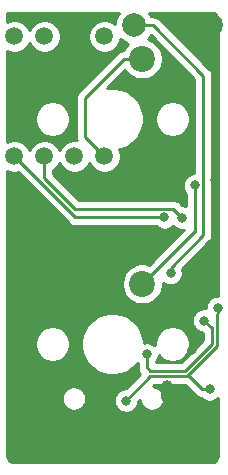
<source format=gbr>
G04 #@! TF.GenerationSoftware,KiCad,Pcbnew,(5.1.10)-1*
G04 #@! TF.CreationDate,2021-08-29T06:08:18-04:00*
G04 #@! TF.ProjectId,milk,6d696c6b-2e6b-4696-9361-645f70636258,rev?*
G04 #@! TF.SameCoordinates,Original*
G04 #@! TF.FileFunction,Copper,L2,Bot*
G04 #@! TF.FilePolarity,Positive*
%FSLAX46Y46*%
G04 Gerber Fmt 4.6, Leading zero omitted, Abs format (unit mm)*
G04 Created by KiCad (PCBNEW (5.1.10)-1) date 2021-08-29 06:08:18*
%MOMM*%
%LPD*%
G01*
G04 APERTURE LIST*
G04 #@! TA.AperFunction,ComponentPad*
%ADD10C,1.500000*%
G04 #@! TD*
G04 #@! TA.AperFunction,ComponentPad*
%ADD11C,2.000000*%
G04 #@! TD*
G04 #@! TA.AperFunction,ComponentPad*
%ADD12C,2.200000*%
G04 #@! TD*
G04 #@! TA.AperFunction,ComponentPad*
%ADD13O,1.000000X2.000000*%
G04 #@! TD*
G04 #@! TA.AperFunction,ComponentPad*
%ADD14R,1.500000X1.500000*%
G04 #@! TD*
G04 #@! TA.AperFunction,ViaPad*
%ADD15C,0.800000*%
G04 #@! TD*
G04 #@! TA.AperFunction,Conductor*
%ADD16C,0.250000*%
G04 #@! TD*
G04 #@! TA.AperFunction,Conductor*
%ADD17C,0.254000*%
G04 #@! TD*
G04 #@! TA.AperFunction,Conductor*
%ADD18C,0.100000*%
G04 #@! TD*
G04 APERTURE END LIST*
D10*
X180340000Y-63500000D03*
D11*
X189355800Y-62560200D03*
X182855800Y-62560200D03*
D10*
X180340000Y-73660000D03*
X177800000Y-73660000D03*
X175260000Y-73660000D03*
X172720000Y-73660000D03*
D12*
X177215800Y-86995000D03*
X183565800Y-84455000D03*
X177215800Y-67945000D03*
X183565800Y-65405000D03*
D13*
X185673900Y-93603100D03*
X176453900Y-93603100D03*
X176453900Y-98103100D03*
X185673900Y-98103100D03*
D14*
X177800000Y-63500000D03*
D10*
X175260000Y-63500000D03*
X172720000Y-63500000D03*
D15*
X184891680Y-68326000D03*
X183997600Y-86766400D03*
X186207400Y-76250800D03*
X187789820Y-90083640D03*
X187655200Y-71704200D03*
X173228000Y-69088000D03*
X183642000Y-71882000D03*
X181838600Y-64262000D03*
X177800000Y-62052200D03*
X178714400Y-66954400D03*
X189611000Y-64338200D03*
X189738000Y-75615800D03*
X184251600Y-81407000D03*
X178917600Y-85928200D03*
X180898800Y-79908400D03*
X180213000Y-76149200D03*
X188798200Y-87553800D03*
X183921400Y-90424000D03*
X189255400Y-93383100D03*
X189966600Y-86487000D03*
X182194200Y-94335600D03*
X185953400Y-83540600D03*
X185432700Y-78818740D03*
X186905900Y-78831440D03*
X188003180Y-76106020D03*
D16*
X189440390Y-89540510D02*
X187152820Y-91828080D01*
X189440390Y-88088575D02*
X189440390Y-89540510D01*
X189332975Y-88088575D02*
X188798200Y-87553800D01*
X189440390Y-88088575D02*
X189332975Y-88088575D01*
X187152820Y-91828080D02*
X184233280Y-91828080D01*
X183921400Y-91516200D02*
X183921400Y-90424000D01*
X184233280Y-91828080D02*
X183921400Y-91516200D01*
X184251710Y-92278090D02*
X187350510Y-92278090D01*
X182194200Y-94335600D02*
X184251710Y-92278090D01*
X189890400Y-89738200D02*
X189890400Y-87007700D01*
X188620400Y-93383100D02*
X187432950Y-92195650D01*
X189255400Y-93383100D02*
X188620400Y-93383100D01*
X187432950Y-92195650D02*
X189890400Y-89738200D01*
X187350510Y-92278090D02*
X187432950Y-92195650D01*
X189966600Y-86931500D02*
X189890400Y-87007700D01*
X189966600Y-86487000D02*
X189966600Y-86931500D01*
X185953400Y-83070700D02*
X185953400Y-83540600D01*
X188735801Y-80288299D02*
X185953400Y-83070700D01*
X188735801Y-66815801D02*
X188735801Y-80288299D01*
X184480200Y-62560200D02*
X188735801Y-66815801D01*
X182855800Y-62560200D02*
X184480200Y-62560200D01*
X177878740Y-78818740D02*
X178894740Y-78818740D01*
X172720000Y-73660000D02*
X177878740Y-78818740D01*
X178894740Y-78818740D02*
X178391820Y-78818740D01*
X185432700Y-78818740D02*
X178894740Y-78818740D01*
X186905900Y-78831440D02*
X186168199Y-78093739D01*
X177858737Y-78093739D02*
X180478261Y-78093739D01*
X175260000Y-75495002D02*
X177858737Y-78093739D01*
X175260000Y-73660000D02*
X175260000Y-75495002D01*
X180478261Y-78093739D02*
X180206819Y-78093739D01*
X186168199Y-78093739D02*
X180478261Y-78093739D01*
X178700799Y-72020799D02*
X180340000Y-73660000D01*
X178700799Y-68714367D02*
X178700799Y-72020799D01*
X182010166Y-65405000D02*
X178700799Y-68714367D01*
X183565800Y-65405000D02*
X182010166Y-65405000D01*
X188003180Y-80017620D02*
X187553600Y-80467200D01*
X188003180Y-76106020D02*
X188003180Y-80017620D01*
X187553600Y-80467200D02*
X183565800Y-84455000D01*
X188010800Y-80010000D02*
X187553600Y-80467200D01*
D17*
X189476102Y-61507843D02*
X189590659Y-61542430D01*
X189696321Y-61598611D01*
X189789060Y-61674248D01*
X189865339Y-61766454D01*
X189922259Y-61871724D01*
X189962203Y-62000764D01*
X189967001Y-62032284D01*
X189967000Y-85452000D01*
X189864661Y-85452000D01*
X189664702Y-85491774D01*
X189476344Y-85569795D01*
X189306826Y-85683063D01*
X189162663Y-85827226D01*
X189049395Y-85996744D01*
X188971374Y-86185102D01*
X188931600Y-86385061D01*
X188931600Y-86525058D01*
X188900139Y-86518800D01*
X188696261Y-86518800D01*
X188496302Y-86558574D01*
X188307944Y-86636595D01*
X188138426Y-86749863D01*
X187994263Y-86894026D01*
X187880995Y-87063544D01*
X187802974Y-87251902D01*
X187763200Y-87451861D01*
X187763200Y-87655739D01*
X187802974Y-87855698D01*
X187880995Y-88044056D01*
X187994263Y-88213574D01*
X188138426Y-88357737D01*
X188307944Y-88471005D01*
X188496302Y-88549026D01*
X188680390Y-88585643D01*
X188680391Y-89225707D01*
X186838019Y-91068080D01*
X184735823Y-91068080D01*
X184838605Y-90914256D01*
X184916626Y-90725898D01*
X184956400Y-90525939D01*
X184956400Y-90485707D01*
X185159168Y-90688475D01*
X185402389Y-90850990D01*
X185672642Y-90962932D01*
X185959540Y-91020000D01*
X186252060Y-91020000D01*
X186538958Y-90962932D01*
X186809211Y-90850990D01*
X187052432Y-90688475D01*
X187259275Y-90481632D01*
X187421790Y-90238411D01*
X187533732Y-89968158D01*
X187590800Y-89681260D01*
X187590800Y-89388740D01*
X187533732Y-89101842D01*
X187421790Y-88831589D01*
X187259275Y-88588368D01*
X187052432Y-88381525D01*
X186809211Y-88219010D01*
X186538958Y-88107068D01*
X186252060Y-88050000D01*
X185959540Y-88050000D01*
X185672642Y-88107068D01*
X185402389Y-88219010D01*
X185159168Y-88381525D01*
X184952325Y-88588368D01*
X184789810Y-88831589D01*
X184677868Y-89101842D01*
X184620800Y-89388740D01*
X184620800Y-89659689D01*
X184581174Y-89620063D01*
X184411656Y-89506795D01*
X184223298Y-89428774D01*
X184023339Y-89389000D01*
X183819461Y-89389000D01*
X183660800Y-89420559D01*
X183660800Y-89275475D01*
X183559539Y-88766399D01*
X183360907Y-88286859D01*
X183072538Y-87855285D01*
X182705515Y-87488262D01*
X182273941Y-87199893D01*
X181794401Y-87001261D01*
X181285325Y-86900000D01*
X180766275Y-86900000D01*
X180257199Y-87001261D01*
X179777659Y-87199893D01*
X179346085Y-87488262D01*
X178979062Y-87855285D01*
X178690693Y-88286859D01*
X178492061Y-88766399D01*
X178390800Y-89275475D01*
X178390800Y-89794525D01*
X178492061Y-90303601D01*
X178690693Y-90783141D01*
X178979062Y-91214715D01*
X179346085Y-91581738D01*
X179777659Y-91870107D01*
X180257199Y-92068739D01*
X180766275Y-92170000D01*
X181285325Y-92170000D01*
X181794401Y-92068739D01*
X182273941Y-91870107D01*
X182705515Y-91581738D01*
X183072538Y-91214715D01*
X183142980Y-91109291D01*
X183161400Y-91127711D01*
X183161400Y-91478877D01*
X183157724Y-91516200D01*
X183161400Y-91553522D01*
X183161400Y-91553532D01*
X183172397Y-91665185D01*
X183204609Y-91771374D01*
X183215854Y-91808446D01*
X183286426Y-91940476D01*
X183316454Y-91977065D01*
X183381399Y-92056201D01*
X183390955Y-92064043D01*
X182154399Y-93300600D01*
X182092261Y-93300600D01*
X181892302Y-93340374D01*
X181703944Y-93418395D01*
X181534426Y-93531663D01*
X181390263Y-93675826D01*
X181276995Y-93845344D01*
X181198974Y-94033702D01*
X181159200Y-94233661D01*
X181159200Y-94437539D01*
X181198974Y-94637498D01*
X181276995Y-94825856D01*
X181390263Y-94995374D01*
X181534426Y-95139537D01*
X181703944Y-95252805D01*
X181892302Y-95330826D01*
X182092261Y-95370600D01*
X182296139Y-95370600D01*
X182496098Y-95330826D01*
X182684456Y-95252805D01*
X182853974Y-95139537D01*
X182998137Y-94995374D01*
X183111405Y-94825856D01*
X183189426Y-94637498D01*
X183229200Y-94437539D01*
X183229200Y-94375401D01*
X183330669Y-94273932D01*
X183368674Y-94464998D01*
X183446695Y-94653356D01*
X183559963Y-94822874D01*
X183704126Y-94967037D01*
X183873644Y-95080305D01*
X184062002Y-95158326D01*
X184261961Y-95198100D01*
X184465839Y-95198100D01*
X184665798Y-95158326D01*
X184854156Y-95080305D01*
X185023674Y-94967037D01*
X185167837Y-94822874D01*
X185281105Y-94653356D01*
X185359126Y-94464998D01*
X185398900Y-94265039D01*
X185398900Y-94061161D01*
X185359126Y-93861202D01*
X185281105Y-93672844D01*
X185167837Y-93503326D01*
X185023674Y-93359163D01*
X184854156Y-93245895D01*
X184665798Y-93167874D01*
X184474733Y-93129869D01*
X184566512Y-93038090D01*
X187200589Y-93038090D01*
X188056601Y-93894103D01*
X188080399Y-93923101D01*
X188109397Y-93946899D01*
X188196123Y-94018074D01*
X188276733Y-94061161D01*
X188328153Y-94088646D01*
X188471414Y-94132103D01*
X188548261Y-94139672D01*
X188595626Y-94187037D01*
X188765144Y-94300305D01*
X188953502Y-94378326D01*
X189153461Y-94418100D01*
X189357339Y-94418100D01*
X189557298Y-94378326D01*
X189745656Y-94300305D01*
X189915174Y-94187037D01*
X189967000Y-94135211D01*
X189967000Y-98900721D01*
X189952278Y-99050869D01*
X189918047Y-99164246D01*
X189862446Y-99268817D01*
X189787594Y-99360595D01*
X189696335Y-99436091D01*
X189592160Y-99492419D01*
X189479024Y-99527440D01*
X189330979Y-99543000D01*
X172752279Y-99543000D01*
X172602131Y-99528278D01*
X172488754Y-99494047D01*
X172384183Y-99438446D01*
X172292405Y-99363594D01*
X172216909Y-99272335D01*
X172160581Y-99168160D01*
X172125560Y-99055024D01*
X172110000Y-98906979D01*
X172110000Y-94061161D01*
X176728900Y-94061161D01*
X176728900Y-94265039D01*
X176768674Y-94464998D01*
X176846695Y-94653356D01*
X176959963Y-94822874D01*
X177104126Y-94967037D01*
X177273644Y-95080305D01*
X177462002Y-95158326D01*
X177661961Y-95198100D01*
X177865839Y-95198100D01*
X178065798Y-95158326D01*
X178254156Y-95080305D01*
X178423674Y-94967037D01*
X178567837Y-94822874D01*
X178681105Y-94653356D01*
X178759126Y-94464998D01*
X178798900Y-94265039D01*
X178798900Y-94061161D01*
X178759126Y-93861202D01*
X178681105Y-93672844D01*
X178567837Y-93503326D01*
X178423674Y-93359163D01*
X178254156Y-93245895D01*
X178065798Y-93167874D01*
X177865839Y-93128100D01*
X177661961Y-93128100D01*
X177462002Y-93167874D01*
X177273644Y-93245895D01*
X177104126Y-93359163D01*
X176959963Y-93503326D01*
X176846695Y-93672844D01*
X176768674Y-93861202D01*
X176728900Y-94061161D01*
X172110000Y-94061161D01*
X172110000Y-89388740D01*
X174460800Y-89388740D01*
X174460800Y-89681260D01*
X174517868Y-89968158D01*
X174629810Y-90238411D01*
X174792325Y-90481632D01*
X174999168Y-90688475D01*
X175242389Y-90850990D01*
X175512642Y-90962932D01*
X175799540Y-91020000D01*
X176092060Y-91020000D01*
X176378958Y-90962932D01*
X176649211Y-90850990D01*
X176892432Y-90688475D01*
X177099275Y-90481632D01*
X177261790Y-90238411D01*
X177373732Y-89968158D01*
X177430800Y-89681260D01*
X177430800Y-89388740D01*
X177373732Y-89101842D01*
X177261790Y-88831589D01*
X177099275Y-88588368D01*
X176892432Y-88381525D01*
X176649211Y-88219010D01*
X176378958Y-88107068D01*
X176092060Y-88050000D01*
X175799540Y-88050000D01*
X175512642Y-88107068D01*
X175242389Y-88219010D01*
X174999168Y-88381525D01*
X174792325Y-88588368D01*
X174629810Y-88831589D01*
X174517868Y-89101842D01*
X174460800Y-89388740D01*
X172110000Y-89388740D01*
X172110000Y-74906443D01*
X172316011Y-74991775D01*
X172583589Y-75045000D01*
X172856411Y-75045000D01*
X173001365Y-75016167D01*
X177314941Y-79329743D01*
X177338739Y-79358741D01*
X177367737Y-79382539D01*
X177454463Y-79453714D01*
X177586493Y-79524286D01*
X177729754Y-79567743D01*
X177841407Y-79578740D01*
X177841416Y-79578740D01*
X177878739Y-79582416D01*
X177916062Y-79578740D01*
X184728989Y-79578740D01*
X184772926Y-79622677D01*
X184942444Y-79735945D01*
X185130802Y-79813966D01*
X185330761Y-79853740D01*
X185534639Y-79853740D01*
X185734598Y-79813966D01*
X185922956Y-79735945D01*
X186092474Y-79622677D01*
X186162950Y-79552201D01*
X186246126Y-79635377D01*
X186415644Y-79748645D01*
X186604002Y-79826666D01*
X186803961Y-79866440D01*
X187007839Y-79866440D01*
X187097367Y-79848632D01*
X187042602Y-79903397D01*
X187042597Y-79903401D01*
X184133712Y-82812286D01*
X184071881Y-82786675D01*
X183736683Y-82720000D01*
X183394917Y-82720000D01*
X183059719Y-82786675D01*
X182743969Y-82917463D01*
X182459802Y-83107337D01*
X182218137Y-83349002D01*
X182028263Y-83633169D01*
X181897475Y-83948919D01*
X181830800Y-84284117D01*
X181830800Y-84625883D01*
X181897475Y-84961081D01*
X182028263Y-85276831D01*
X182218137Y-85560998D01*
X182459802Y-85802663D01*
X182743969Y-85992537D01*
X183059719Y-86123325D01*
X183394917Y-86190000D01*
X183736683Y-86190000D01*
X184071881Y-86123325D01*
X184387631Y-85992537D01*
X184671798Y-85802663D01*
X184913463Y-85560998D01*
X185103337Y-85276831D01*
X185234125Y-84961081D01*
X185300800Y-84625883D01*
X185300800Y-84349331D01*
X185463144Y-84457805D01*
X185651502Y-84535826D01*
X185851461Y-84575600D01*
X186055339Y-84575600D01*
X186255298Y-84535826D01*
X186443656Y-84457805D01*
X186613174Y-84344537D01*
X186757337Y-84200374D01*
X186870605Y-84030856D01*
X186948626Y-83842498D01*
X186988400Y-83642539D01*
X186988400Y-83438661D01*
X186948626Y-83238702D01*
X186922726Y-83176175D01*
X189246804Y-80852098D01*
X189275802Y-80828300D01*
X189370775Y-80712575D01*
X189441347Y-80580546D01*
X189484804Y-80437285D01*
X189495801Y-80325632D01*
X189495801Y-80325623D01*
X189499477Y-80288300D01*
X189495801Y-80250977D01*
X189495801Y-66853126D01*
X189499477Y-66815801D01*
X189495801Y-66778476D01*
X189495801Y-66778468D01*
X189484804Y-66666815D01*
X189441347Y-66523554D01*
X189370775Y-66391525D01*
X189275802Y-66275800D01*
X189246805Y-66252003D01*
X185044004Y-62049203D01*
X185020201Y-62020199D01*
X184904476Y-61925226D01*
X184772447Y-61854654D01*
X184629186Y-61811197D01*
X184517533Y-61800200D01*
X184517522Y-61800200D01*
X184480200Y-61796524D01*
X184442878Y-61800200D01*
X184310709Y-61800200D01*
X184304718Y-61785737D01*
X184125787Y-61517948D01*
X184100839Y-61493000D01*
X189324720Y-61493000D01*
X189476102Y-61507843D01*
G04 #@! TA.AperFunction,Conductor*
D18*
G36*
X189476102Y-61507843D02*
G01*
X189590659Y-61542430D01*
X189696321Y-61598611D01*
X189789060Y-61674248D01*
X189865339Y-61766454D01*
X189922259Y-61871724D01*
X189962203Y-62000764D01*
X189967001Y-62032284D01*
X189967000Y-85452000D01*
X189864661Y-85452000D01*
X189664702Y-85491774D01*
X189476344Y-85569795D01*
X189306826Y-85683063D01*
X189162663Y-85827226D01*
X189049395Y-85996744D01*
X188971374Y-86185102D01*
X188931600Y-86385061D01*
X188931600Y-86525058D01*
X188900139Y-86518800D01*
X188696261Y-86518800D01*
X188496302Y-86558574D01*
X188307944Y-86636595D01*
X188138426Y-86749863D01*
X187994263Y-86894026D01*
X187880995Y-87063544D01*
X187802974Y-87251902D01*
X187763200Y-87451861D01*
X187763200Y-87655739D01*
X187802974Y-87855698D01*
X187880995Y-88044056D01*
X187994263Y-88213574D01*
X188138426Y-88357737D01*
X188307944Y-88471005D01*
X188496302Y-88549026D01*
X188680390Y-88585643D01*
X188680391Y-89225707D01*
X186838019Y-91068080D01*
X184735823Y-91068080D01*
X184838605Y-90914256D01*
X184916626Y-90725898D01*
X184956400Y-90525939D01*
X184956400Y-90485707D01*
X185159168Y-90688475D01*
X185402389Y-90850990D01*
X185672642Y-90962932D01*
X185959540Y-91020000D01*
X186252060Y-91020000D01*
X186538958Y-90962932D01*
X186809211Y-90850990D01*
X187052432Y-90688475D01*
X187259275Y-90481632D01*
X187421790Y-90238411D01*
X187533732Y-89968158D01*
X187590800Y-89681260D01*
X187590800Y-89388740D01*
X187533732Y-89101842D01*
X187421790Y-88831589D01*
X187259275Y-88588368D01*
X187052432Y-88381525D01*
X186809211Y-88219010D01*
X186538958Y-88107068D01*
X186252060Y-88050000D01*
X185959540Y-88050000D01*
X185672642Y-88107068D01*
X185402389Y-88219010D01*
X185159168Y-88381525D01*
X184952325Y-88588368D01*
X184789810Y-88831589D01*
X184677868Y-89101842D01*
X184620800Y-89388740D01*
X184620800Y-89659689D01*
X184581174Y-89620063D01*
X184411656Y-89506795D01*
X184223298Y-89428774D01*
X184023339Y-89389000D01*
X183819461Y-89389000D01*
X183660800Y-89420559D01*
X183660800Y-89275475D01*
X183559539Y-88766399D01*
X183360907Y-88286859D01*
X183072538Y-87855285D01*
X182705515Y-87488262D01*
X182273941Y-87199893D01*
X181794401Y-87001261D01*
X181285325Y-86900000D01*
X180766275Y-86900000D01*
X180257199Y-87001261D01*
X179777659Y-87199893D01*
X179346085Y-87488262D01*
X178979062Y-87855285D01*
X178690693Y-88286859D01*
X178492061Y-88766399D01*
X178390800Y-89275475D01*
X178390800Y-89794525D01*
X178492061Y-90303601D01*
X178690693Y-90783141D01*
X178979062Y-91214715D01*
X179346085Y-91581738D01*
X179777659Y-91870107D01*
X180257199Y-92068739D01*
X180766275Y-92170000D01*
X181285325Y-92170000D01*
X181794401Y-92068739D01*
X182273941Y-91870107D01*
X182705515Y-91581738D01*
X183072538Y-91214715D01*
X183142980Y-91109291D01*
X183161400Y-91127711D01*
X183161400Y-91478877D01*
X183157724Y-91516200D01*
X183161400Y-91553522D01*
X183161400Y-91553532D01*
X183172397Y-91665185D01*
X183204609Y-91771374D01*
X183215854Y-91808446D01*
X183286426Y-91940476D01*
X183316454Y-91977065D01*
X183381399Y-92056201D01*
X183390955Y-92064043D01*
X182154399Y-93300600D01*
X182092261Y-93300600D01*
X181892302Y-93340374D01*
X181703944Y-93418395D01*
X181534426Y-93531663D01*
X181390263Y-93675826D01*
X181276995Y-93845344D01*
X181198974Y-94033702D01*
X181159200Y-94233661D01*
X181159200Y-94437539D01*
X181198974Y-94637498D01*
X181276995Y-94825856D01*
X181390263Y-94995374D01*
X181534426Y-95139537D01*
X181703944Y-95252805D01*
X181892302Y-95330826D01*
X182092261Y-95370600D01*
X182296139Y-95370600D01*
X182496098Y-95330826D01*
X182684456Y-95252805D01*
X182853974Y-95139537D01*
X182998137Y-94995374D01*
X183111405Y-94825856D01*
X183189426Y-94637498D01*
X183229200Y-94437539D01*
X183229200Y-94375401D01*
X183330669Y-94273932D01*
X183368674Y-94464998D01*
X183446695Y-94653356D01*
X183559963Y-94822874D01*
X183704126Y-94967037D01*
X183873644Y-95080305D01*
X184062002Y-95158326D01*
X184261961Y-95198100D01*
X184465839Y-95198100D01*
X184665798Y-95158326D01*
X184854156Y-95080305D01*
X185023674Y-94967037D01*
X185167837Y-94822874D01*
X185281105Y-94653356D01*
X185359126Y-94464998D01*
X185398900Y-94265039D01*
X185398900Y-94061161D01*
X185359126Y-93861202D01*
X185281105Y-93672844D01*
X185167837Y-93503326D01*
X185023674Y-93359163D01*
X184854156Y-93245895D01*
X184665798Y-93167874D01*
X184474733Y-93129869D01*
X184566512Y-93038090D01*
X187200589Y-93038090D01*
X188056601Y-93894103D01*
X188080399Y-93923101D01*
X188109397Y-93946899D01*
X188196123Y-94018074D01*
X188276733Y-94061161D01*
X188328153Y-94088646D01*
X188471414Y-94132103D01*
X188548261Y-94139672D01*
X188595626Y-94187037D01*
X188765144Y-94300305D01*
X188953502Y-94378326D01*
X189153461Y-94418100D01*
X189357339Y-94418100D01*
X189557298Y-94378326D01*
X189745656Y-94300305D01*
X189915174Y-94187037D01*
X189967000Y-94135211D01*
X189967000Y-98900721D01*
X189952278Y-99050869D01*
X189918047Y-99164246D01*
X189862446Y-99268817D01*
X189787594Y-99360595D01*
X189696335Y-99436091D01*
X189592160Y-99492419D01*
X189479024Y-99527440D01*
X189330979Y-99543000D01*
X172752279Y-99543000D01*
X172602131Y-99528278D01*
X172488754Y-99494047D01*
X172384183Y-99438446D01*
X172292405Y-99363594D01*
X172216909Y-99272335D01*
X172160581Y-99168160D01*
X172125560Y-99055024D01*
X172110000Y-98906979D01*
X172110000Y-94061161D01*
X176728900Y-94061161D01*
X176728900Y-94265039D01*
X176768674Y-94464998D01*
X176846695Y-94653356D01*
X176959963Y-94822874D01*
X177104126Y-94967037D01*
X177273644Y-95080305D01*
X177462002Y-95158326D01*
X177661961Y-95198100D01*
X177865839Y-95198100D01*
X178065798Y-95158326D01*
X178254156Y-95080305D01*
X178423674Y-94967037D01*
X178567837Y-94822874D01*
X178681105Y-94653356D01*
X178759126Y-94464998D01*
X178798900Y-94265039D01*
X178798900Y-94061161D01*
X178759126Y-93861202D01*
X178681105Y-93672844D01*
X178567837Y-93503326D01*
X178423674Y-93359163D01*
X178254156Y-93245895D01*
X178065798Y-93167874D01*
X177865839Y-93128100D01*
X177661961Y-93128100D01*
X177462002Y-93167874D01*
X177273644Y-93245895D01*
X177104126Y-93359163D01*
X176959963Y-93503326D01*
X176846695Y-93672844D01*
X176768674Y-93861202D01*
X176728900Y-94061161D01*
X172110000Y-94061161D01*
X172110000Y-89388740D01*
X174460800Y-89388740D01*
X174460800Y-89681260D01*
X174517868Y-89968158D01*
X174629810Y-90238411D01*
X174792325Y-90481632D01*
X174999168Y-90688475D01*
X175242389Y-90850990D01*
X175512642Y-90962932D01*
X175799540Y-91020000D01*
X176092060Y-91020000D01*
X176378958Y-90962932D01*
X176649211Y-90850990D01*
X176892432Y-90688475D01*
X177099275Y-90481632D01*
X177261790Y-90238411D01*
X177373732Y-89968158D01*
X177430800Y-89681260D01*
X177430800Y-89388740D01*
X177373732Y-89101842D01*
X177261790Y-88831589D01*
X177099275Y-88588368D01*
X176892432Y-88381525D01*
X176649211Y-88219010D01*
X176378958Y-88107068D01*
X176092060Y-88050000D01*
X175799540Y-88050000D01*
X175512642Y-88107068D01*
X175242389Y-88219010D01*
X174999168Y-88381525D01*
X174792325Y-88588368D01*
X174629810Y-88831589D01*
X174517868Y-89101842D01*
X174460800Y-89388740D01*
X172110000Y-89388740D01*
X172110000Y-74906443D01*
X172316011Y-74991775D01*
X172583589Y-75045000D01*
X172856411Y-75045000D01*
X173001365Y-75016167D01*
X177314941Y-79329743D01*
X177338739Y-79358741D01*
X177367737Y-79382539D01*
X177454463Y-79453714D01*
X177586493Y-79524286D01*
X177729754Y-79567743D01*
X177841407Y-79578740D01*
X177841416Y-79578740D01*
X177878739Y-79582416D01*
X177916062Y-79578740D01*
X184728989Y-79578740D01*
X184772926Y-79622677D01*
X184942444Y-79735945D01*
X185130802Y-79813966D01*
X185330761Y-79853740D01*
X185534639Y-79853740D01*
X185734598Y-79813966D01*
X185922956Y-79735945D01*
X186092474Y-79622677D01*
X186162950Y-79552201D01*
X186246126Y-79635377D01*
X186415644Y-79748645D01*
X186604002Y-79826666D01*
X186803961Y-79866440D01*
X187007839Y-79866440D01*
X187097367Y-79848632D01*
X187042602Y-79903397D01*
X187042597Y-79903401D01*
X184133712Y-82812286D01*
X184071881Y-82786675D01*
X183736683Y-82720000D01*
X183394917Y-82720000D01*
X183059719Y-82786675D01*
X182743969Y-82917463D01*
X182459802Y-83107337D01*
X182218137Y-83349002D01*
X182028263Y-83633169D01*
X181897475Y-83948919D01*
X181830800Y-84284117D01*
X181830800Y-84625883D01*
X181897475Y-84961081D01*
X182028263Y-85276831D01*
X182218137Y-85560998D01*
X182459802Y-85802663D01*
X182743969Y-85992537D01*
X183059719Y-86123325D01*
X183394917Y-86190000D01*
X183736683Y-86190000D01*
X184071881Y-86123325D01*
X184387631Y-85992537D01*
X184671798Y-85802663D01*
X184913463Y-85560998D01*
X185103337Y-85276831D01*
X185234125Y-84961081D01*
X185300800Y-84625883D01*
X185300800Y-84349331D01*
X185463144Y-84457805D01*
X185651502Y-84535826D01*
X185851461Y-84575600D01*
X186055339Y-84575600D01*
X186255298Y-84535826D01*
X186443656Y-84457805D01*
X186613174Y-84344537D01*
X186757337Y-84200374D01*
X186870605Y-84030856D01*
X186948626Y-83842498D01*
X186988400Y-83642539D01*
X186988400Y-83438661D01*
X186948626Y-83238702D01*
X186922726Y-83176175D01*
X189246804Y-80852098D01*
X189275802Y-80828300D01*
X189370775Y-80712575D01*
X189441347Y-80580546D01*
X189484804Y-80437285D01*
X189495801Y-80325632D01*
X189495801Y-80325623D01*
X189499477Y-80288300D01*
X189495801Y-80250977D01*
X189495801Y-66853126D01*
X189499477Y-66815801D01*
X189495801Y-66778476D01*
X189495801Y-66778468D01*
X189484804Y-66666815D01*
X189441347Y-66523554D01*
X189370775Y-66391525D01*
X189275802Y-66275800D01*
X189246805Y-66252003D01*
X185044004Y-62049203D01*
X185020201Y-62020199D01*
X184904476Y-61925226D01*
X184772447Y-61854654D01*
X184629186Y-61811197D01*
X184517533Y-61800200D01*
X184517522Y-61800200D01*
X184480200Y-61796524D01*
X184442878Y-61800200D01*
X184310709Y-61800200D01*
X184304718Y-61785737D01*
X184125787Y-61517948D01*
X184100839Y-61493000D01*
X189324720Y-61493000D01*
X189476102Y-61507843D01*
G37*
G04 #@! TD.AperFunction*
D17*
X187975801Y-67130603D02*
X187975802Y-75071020D01*
X187901241Y-75071020D01*
X187701282Y-75110794D01*
X187512924Y-75188815D01*
X187343406Y-75302083D01*
X187199243Y-75446246D01*
X187085975Y-75615764D01*
X187007954Y-75804122D01*
X186968180Y-76004081D01*
X186968180Y-76207959D01*
X187007954Y-76407918D01*
X187085975Y-76596276D01*
X187199243Y-76765794D01*
X187243180Y-76809731D01*
X187243180Y-77850870D01*
X187207798Y-77836214D01*
X187007839Y-77796440D01*
X186945701Y-77796440D01*
X186732002Y-77582741D01*
X186708200Y-77553738D01*
X186592475Y-77458765D01*
X186460446Y-77388193D01*
X186317185Y-77344736D01*
X186205532Y-77333739D01*
X186205521Y-77333739D01*
X186168199Y-77330063D01*
X186130877Y-77333739D01*
X178173539Y-77333739D01*
X176020000Y-75180201D01*
X176020000Y-74817909D01*
X176142886Y-74735799D01*
X176335799Y-74542886D01*
X176487371Y-74316043D01*
X176530000Y-74213127D01*
X176572629Y-74316043D01*
X176724201Y-74542886D01*
X176917114Y-74735799D01*
X177143957Y-74887371D01*
X177396011Y-74991775D01*
X177663589Y-75045000D01*
X177936411Y-75045000D01*
X178203989Y-74991775D01*
X178456043Y-74887371D01*
X178682886Y-74735799D01*
X178875799Y-74542886D01*
X179027371Y-74316043D01*
X179070000Y-74213127D01*
X179112629Y-74316043D01*
X179264201Y-74542886D01*
X179457114Y-74735799D01*
X179683957Y-74887371D01*
X179936011Y-74991775D01*
X180203589Y-75045000D01*
X180476411Y-75045000D01*
X180743989Y-74991775D01*
X180996043Y-74887371D01*
X181222886Y-74735799D01*
X181415799Y-74542886D01*
X181567371Y-74316043D01*
X181671775Y-74063989D01*
X181725000Y-73796411D01*
X181725000Y-73523589D01*
X181671775Y-73256011D01*
X181590309Y-73059335D01*
X181794401Y-73018739D01*
X182273941Y-72820107D01*
X182705515Y-72531738D01*
X183072538Y-72164715D01*
X183360907Y-71733141D01*
X183559539Y-71253601D01*
X183660800Y-70744525D01*
X183660800Y-70338740D01*
X184620800Y-70338740D01*
X184620800Y-70631260D01*
X184677868Y-70918158D01*
X184789810Y-71188411D01*
X184952325Y-71431632D01*
X185159168Y-71638475D01*
X185402389Y-71800990D01*
X185672642Y-71912932D01*
X185959540Y-71970000D01*
X186252060Y-71970000D01*
X186538958Y-71912932D01*
X186809211Y-71800990D01*
X187052432Y-71638475D01*
X187259275Y-71431632D01*
X187421790Y-71188411D01*
X187533732Y-70918158D01*
X187590800Y-70631260D01*
X187590800Y-70338740D01*
X187533732Y-70051842D01*
X187421790Y-69781589D01*
X187259275Y-69538368D01*
X187052432Y-69331525D01*
X186809211Y-69169010D01*
X186538958Y-69057068D01*
X186252060Y-69000000D01*
X185959540Y-69000000D01*
X185672642Y-69057068D01*
X185402389Y-69169010D01*
X185159168Y-69331525D01*
X184952325Y-69538368D01*
X184789810Y-69781589D01*
X184677868Y-70051842D01*
X184620800Y-70338740D01*
X183660800Y-70338740D01*
X183660800Y-70225475D01*
X183559539Y-69716399D01*
X183360907Y-69236859D01*
X183072538Y-68805285D01*
X182705515Y-68438262D01*
X182273941Y-68149893D01*
X181794401Y-67951261D01*
X181285325Y-67850000D01*
X180766275Y-67850000D01*
X180608605Y-67881362D01*
X182122340Y-66367628D01*
X182218137Y-66510998D01*
X182459802Y-66752663D01*
X182743969Y-66942537D01*
X183059719Y-67073325D01*
X183394917Y-67140000D01*
X183736683Y-67140000D01*
X184071881Y-67073325D01*
X184387631Y-66942537D01*
X184671798Y-66752663D01*
X184913463Y-66510998D01*
X185103337Y-66226831D01*
X185234125Y-65911081D01*
X185300800Y-65575883D01*
X185300800Y-65234117D01*
X185234125Y-64898919D01*
X185103337Y-64583169D01*
X184913463Y-64299002D01*
X184671798Y-64057337D01*
X184387631Y-63867463D01*
X184071881Y-63736675D01*
X184004889Y-63723350D01*
X184125787Y-63602452D01*
X184254708Y-63409509D01*
X187975801Y-67130603D01*
G04 #@! TA.AperFunction,Conductor*
D18*
G36*
X187975801Y-67130603D02*
G01*
X187975802Y-75071020D01*
X187901241Y-75071020D01*
X187701282Y-75110794D01*
X187512924Y-75188815D01*
X187343406Y-75302083D01*
X187199243Y-75446246D01*
X187085975Y-75615764D01*
X187007954Y-75804122D01*
X186968180Y-76004081D01*
X186968180Y-76207959D01*
X187007954Y-76407918D01*
X187085975Y-76596276D01*
X187199243Y-76765794D01*
X187243180Y-76809731D01*
X187243180Y-77850870D01*
X187207798Y-77836214D01*
X187007839Y-77796440D01*
X186945701Y-77796440D01*
X186732002Y-77582741D01*
X186708200Y-77553738D01*
X186592475Y-77458765D01*
X186460446Y-77388193D01*
X186317185Y-77344736D01*
X186205532Y-77333739D01*
X186205521Y-77333739D01*
X186168199Y-77330063D01*
X186130877Y-77333739D01*
X178173539Y-77333739D01*
X176020000Y-75180201D01*
X176020000Y-74817909D01*
X176142886Y-74735799D01*
X176335799Y-74542886D01*
X176487371Y-74316043D01*
X176530000Y-74213127D01*
X176572629Y-74316043D01*
X176724201Y-74542886D01*
X176917114Y-74735799D01*
X177143957Y-74887371D01*
X177396011Y-74991775D01*
X177663589Y-75045000D01*
X177936411Y-75045000D01*
X178203989Y-74991775D01*
X178456043Y-74887371D01*
X178682886Y-74735799D01*
X178875799Y-74542886D01*
X179027371Y-74316043D01*
X179070000Y-74213127D01*
X179112629Y-74316043D01*
X179264201Y-74542886D01*
X179457114Y-74735799D01*
X179683957Y-74887371D01*
X179936011Y-74991775D01*
X180203589Y-75045000D01*
X180476411Y-75045000D01*
X180743989Y-74991775D01*
X180996043Y-74887371D01*
X181222886Y-74735799D01*
X181415799Y-74542886D01*
X181567371Y-74316043D01*
X181671775Y-74063989D01*
X181725000Y-73796411D01*
X181725000Y-73523589D01*
X181671775Y-73256011D01*
X181590309Y-73059335D01*
X181794401Y-73018739D01*
X182273941Y-72820107D01*
X182705515Y-72531738D01*
X183072538Y-72164715D01*
X183360907Y-71733141D01*
X183559539Y-71253601D01*
X183660800Y-70744525D01*
X183660800Y-70338740D01*
X184620800Y-70338740D01*
X184620800Y-70631260D01*
X184677868Y-70918158D01*
X184789810Y-71188411D01*
X184952325Y-71431632D01*
X185159168Y-71638475D01*
X185402389Y-71800990D01*
X185672642Y-71912932D01*
X185959540Y-71970000D01*
X186252060Y-71970000D01*
X186538958Y-71912932D01*
X186809211Y-71800990D01*
X187052432Y-71638475D01*
X187259275Y-71431632D01*
X187421790Y-71188411D01*
X187533732Y-70918158D01*
X187590800Y-70631260D01*
X187590800Y-70338740D01*
X187533732Y-70051842D01*
X187421790Y-69781589D01*
X187259275Y-69538368D01*
X187052432Y-69331525D01*
X186809211Y-69169010D01*
X186538958Y-69057068D01*
X186252060Y-69000000D01*
X185959540Y-69000000D01*
X185672642Y-69057068D01*
X185402389Y-69169010D01*
X185159168Y-69331525D01*
X184952325Y-69538368D01*
X184789810Y-69781589D01*
X184677868Y-70051842D01*
X184620800Y-70338740D01*
X183660800Y-70338740D01*
X183660800Y-70225475D01*
X183559539Y-69716399D01*
X183360907Y-69236859D01*
X183072538Y-68805285D01*
X182705515Y-68438262D01*
X182273941Y-68149893D01*
X181794401Y-67951261D01*
X181285325Y-67850000D01*
X180766275Y-67850000D01*
X180608605Y-67881362D01*
X182122340Y-66367628D01*
X182218137Y-66510998D01*
X182459802Y-66752663D01*
X182743969Y-66942537D01*
X183059719Y-67073325D01*
X183394917Y-67140000D01*
X183736683Y-67140000D01*
X184071881Y-67073325D01*
X184387631Y-66942537D01*
X184671798Y-66752663D01*
X184913463Y-66510998D01*
X185103337Y-66226831D01*
X185234125Y-65911081D01*
X185300800Y-65575883D01*
X185300800Y-65234117D01*
X185234125Y-64898919D01*
X185103337Y-64583169D01*
X184913463Y-64299002D01*
X184671798Y-64057337D01*
X184387631Y-63867463D01*
X184071881Y-63736675D01*
X184004889Y-63723350D01*
X184125787Y-63602452D01*
X184254708Y-63409509D01*
X187975801Y-67130603D01*
G37*
G04 #@! TD.AperFunction*
D17*
X181585813Y-61517948D02*
X181406882Y-61785737D01*
X181283632Y-62083288D01*
X181220800Y-62399167D01*
X181220800Y-62422807D01*
X180996043Y-62272629D01*
X180743989Y-62168225D01*
X180476411Y-62115000D01*
X180203589Y-62115000D01*
X179936011Y-62168225D01*
X179683957Y-62272629D01*
X179457114Y-62424201D01*
X179264201Y-62617114D01*
X179112629Y-62843957D01*
X179008225Y-63096011D01*
X178955000Y-63363589D01*
X178955000Y-63636411D01*
X179008225Y-63903989D01*
X179112629Y-64156043D01*
X179264201Y-64382886D01*
X179457114Y-64575799D01*
X179683957Y-64727371D01*
X179936011Y-64831775D01*
X180203589Y-64885000D01*
X180476411Y-64885000D01*
X180743989Y-64831775D01*
X180996043Y-64727371D01*
X181222886Y-64575799D01*
X181415799Y-64382886D01*
X181567371Y-64156043D01*
X181671775Y-63903989D01*
X181707541Y-63724180D01*
X181813548Y-63830187D01*
X182081337Y-64009118D01*
X182378888Y-64132368D01*
X182383795Y-64133344D01*
X182218137Y-64299002D01*
X182028263Y-64583169D01*
X182003920Y-64641939D01*
X181972841Y-64645000D01*
X181972833Y-64645000D01*
X181861180Y-64655997D01*
X181717919Y-64699454D01*
X181585890Y-64770026D01*
X181470165Y-64864999D01*
X181446367Y-64893997D01*
X178189802Y-68150563D01*
X178160798Y-68174366D01*
X178105670Y-68241541D01*
X178065825Y-68290091D01*
X177995254Y-68422120D01*
X177995253Y-68422121D01*
X177951796Y-68565382D01*
X177940799Y-68677035D01*
X177940799Y-68677045D01*
X177937123Y-68714367D01*
X177940799Y-68751690D01*
X177940800Y-71983467D01*
X177937123Y-72020799D01*
X177951797Y-72169784D01*
X177986750Y-72285013D01*
X177936411Y-72275000D01*
X177663589Y-72275000D01*
X177396011Y-72328225D01*
X177143957Y-72432629D01*
X176917114Y-72584201D01*
X176724201Y-72777114D01*
X176572629Y-73003957D01*
X176530000Y-73106873D01*
X176487371Y-73003957D01*
X176335799Y-72777114D01*
X176142886Y-72584201D01*
X175916043Y-72432629D01*
X175663989Y-72328225D01*
X175396411Y-72275000D01*
X175123589Y-72275000D01*
X174856011Y-72328225D01*
X174603957Y-72432629D01*
X174377114Y-72584201D01*
X174184201Y-72777114D01*
X174032629Y-73003957D01*
X173990000Y-73106873D01*
X173947371Y-73003957D01*
X173795799Y-72777114D01*
X173602886Y-72584201D01*
X173376043Y-72432629D01*
X173123989Y-72328225D01*
X172856411Y-72275000D01*
X172583589Y-72275000D01*
X172316011Y-72328225D01*
X172110000Y-72413557D01*
X172110000Y-70338740D01*
X174460800Y-70338740D01*
X174460800Y-70631260D01*
X174517868Y-70918158D01*
X174629810Y-71188411D01*
X174792325Y-71431632D01*
X174999168Y-71638475D01*
X175242389Y-71800990D01*
X175512642Y-71912932D01*
X175799540Y-71970000D01*
X176092060Y-71970000D01*
X176378958Y-71912932D01*
X176649211Y-71800990D01*
X176892432Y-71638475D01*
X177099275Y-71431632D01*
X177261790Y-71188411D01*
X177373732Y-70918158D01*
X177430800Y-70631260D01*
X177430800Y-70338740D01*
X177373732Y-70051842D01*
X177261790Y-69781589D01*
X177099275Y-69538368D01*
X176892432Y-69331525D01*
X176649211Y-69169010D01*
X176378958Y-69057068D01*
X176092060Y-69000000D01*
X175799540Y-69000000D01*
X175512642Y-69057068D01*
X175242389Y-69169010D01*
X174999168Y-69331525D01*
X174792325Y-69538368D01*
X174629810Y-69781589D01*
X174517868Y-70051842D01*
X174460800Y-70338740D01*
X172110000Y-70338740D01*
X172110000Y-64746443D01*
X172316011Y-64831775D01*
X172583589Y-64885000D01*
X172856411Y-64885000D01*
X173123989Y-64831775D01*
X173376043Y-64727371D01*
X173602886Y-64575799D01*
X173795799Y-64382886D01*
X173947371Y-64156043D01*
X173990000Y-64053127D01*
X174032629Y-64156043D01*
X174184201Y-64382886D01*
X174377114Y-64575799D01*
X174603957Y-64727371D01*
X174856011Y-64831775D01*
X175123589Y-64885000D01*
X175396411Y-64885000D01*
X175663989Y-64831775D01*
X175916043Y-64727371D01*
X176142886Y-64575799D01*
X176335799Y-64382886D01*
X176487371Y-64156043D01*
X176591775Y-63903989D01*
X176645000Y-63636411D01*
X176645000Y-63363589D01*
X176591775Y-63096011D01*
X176487371Y-62843957D01*
X176335799Y-62617114D01*
X176142886Y-62424201D01*
X175916043Y-62272629D01*
X175663989Y-62168225D01*
X175396411Y-62115000D01*
X175123589Y-62115000D01*
X174856011Y-62168225D01*
X174603957Y-62272629D01*
X174377114Y-62424201D01*
X174184201Y-62617114D01*
X174032629Y-62843957D01*
X173990000Y-62946873D01*
X173947371Y-62843957D01*
X173795799Y-62617114D01*
X173602886Y-62424201D01*
X173376043Y-62272629D01*
X173123989Y-62168225D01*
X172856411Y-62115000D01*
X172583589Y-62115000D01*
X172316011Y-62168225D01*
X172110000Y-62253557D01*
X172110000Y-61500275D01*
X172110666Y-61493487D01*
X172115301Y-61493000D01*
X181610761Y-61493000D01*
X181585813Y-61517948D01*
G04 #@! TA.AperFunction,Conductor*
D18*
G36*
X181585813Y-61517948D02*
G01*
X181406882Y-61785737D01*
X181283632Y-62083288D01*
X181220800Y-62399167D01*
X181220800Y-62422807D01*
X180996043Y-62272629D01*
X180743989Y-62168225D01*
X180476411Y-62115000D01*
X180203589Y-62115000D01*
X179936011Y-62168225D01*
X179683957Y-62272629D01*
X179457114Y-62424201D01*
X179264201Y-62617114D01*
X179112629Y-62843957D01*
X179008225Y-63096011D01*
X178955000Y-63363589D01*
X178955000Y-63636411D01*
X179008225Y-63903989D01*
X179112629Y-64156043D01*
X179264201Y-64382886D01*
X179457114Y-64575799D01*
X179683957Y-64727371D01*
X179936011Y-64831775D01*
X180203589Y-64885000D01*
X180476411Y-64885000D01*
X180743989Y-64831775D01*
X180996043Y-64727371D01*
X181222886Y-64575799D01*
X181415799Y-64382886D01*
X181567371Y-64156043D01*
X181671775Y-63903989D01*
X181707541Y-63724180D01*
X181813548Y-63830187D01*
X182081337Y-64009118D01*
X182378888Y-64132368D01*
X182383795Y-64133344D01*
X182218137Y-64299002D01*
X182028263Y-64583169D01*
X182003920Y-64641939D01*
X181972841Y-64645000D01*
X181972833Y-64645000D01*
X181861180Y-64655997D01*
X181717919Y-64699454D01*
X181585890Y-64770026D01*
X181470165Y-64864999D01*
X181446367Y-64893997D01*
X178189802Y-68150563D01*
X178160798Y-68174366D01*
X178105670Y-68241541D01*
X178065825Y-68290091D01*
X177995254Y-68422120D01*
X177995253Y-68422121D01*
X177951796Y-68565382D01*
X177940799Y-68677035D01*
X177940799Y-68677045D01*
X177937123Y-68714367D01*
X177940799Y-68751690D01*
X177940800Y-71983467D01*
X177937123Y-72020799D01*
X177951797Y-72169784D01*
X177986750Y-72285013D01*
X177936411Y-72275000D01*
X177663589Y-72275000D01*
X177396011Y-72328225D01*
X177143957Y-72432629D01*
X176917114Y-72584201D01*
X176724201Y-72777114D01*
X176572629Y-73003957D01*
X176530000Y-73106873D01*
X176487371Y-73003957D01*
X176335799Y-72777114D01*
X176142886Y-72584201D01*
X175916043Y-72432629D01*
X175663989Y-72328225D01*
X175396411Y-72275000D01*
X175123589Y-72275000D01*
X174856011Y-72328225D01*
X174603957Y-72432629D01*
X174377114Y-72584201D01*
X174184201Y-72777114D01*
X174032629Y-73003957D01*
X173990000Y-73106873D01*
X173947371Y-73003957D01*
X173795799Y-72777114D01*
X173602886Y-72584201D01*
X173376043Y-72432629D01*
X173123989Y-72328225D01*
X172856411Y-72275000D01*
X172583589Y-72275000D01*
X172316011Y-72328225D01*
X172110000Y-72413557D01*
X172110000Y-70338740D01*
X174460800Y-70338740D01*
X174460800Y-70631260D01*
X174517868Y-70918158D01*
X174629810Y-71188411D01*
X174792325Y-71431632D01*
X174999168Y-71638475D01*
X175242389Y-71800990D01*
X175512642Y-71912932D01*
X175799540Y-71970000D01*
X176092060Y-71970000D01*
X176378958Y-71912932D01*
X176649211Y-71800990D01*
X176892432Y-71638475D01*
X177099275Y-71431632D01*
X177261790Y-71188411D01*
X177373732Y-70918158D01*
X177430800Y-70631260D01*
X177430800Y-70338740D01*
X177373732Y-70051842D01*
X177261790Y-69781589D01*
X177099275Y-69538368D01*
X176892432Y-69331525D01*
X176649211Y-69169010D01*
X176378958Y-69057068D01*
X176092060Y-69000000D01*
X175799540Y-69000000D01*
X175512642Y-69057068D01*
X175242389Y-69169010D01*
X174999168Y-69331525D01*
X174792325Y-69538368D01*
X174629810Y-69781589D01*
X174517868Y-70051842D01*
X174460800Y-70338740D01*
X172110000Y-70338740D01*
X172110000Y-64746443D01*
X172316011Y-64831775D01*
X172583589Y-64885000D01*
X172856411Y-64885000D01*
X173123989Y-64831775D01*
X173376043Y-64727371D01*
X173602886Y-64575799D01*
X173795799Y-64382886D01*
X173947371Y-64156043D01*
X173990000Y-64053127D01*
X174032629Y-64156043D01*
X174184201Y-64382886D01*
X174377114Y-64575799D01*
X174603957Y-64727371D01*
X174856011Y-64831775D01*
X175123589Y-64885000D01*
X175396411Y-64885000D01*
X175663989Y-64831775D01*
X175916043Y-64727371D01*
X176142886Y-64575799D01*
X176335799Y-64382886D01*
X176487371Y-64156043D01*
X176591775Y-63903989D01*
X176645000Y-63636411D01*
X176645000Y-63363589D01*
X176591775Y-63096011D01*
X176487371Y-62843957D01*
X176335799Y-62617114D01*
X176142886Y-62424201D01*
X175916043Y-62272629D01*
X175663989Y-62168225D01*
X175396411Y-62115000D01*
X175123589Y-62115000D01*
X174856011Y-62168225D01*
X174603957Y-62272629D01*
X174377114Y-62424201D01*
X174184201Y-62617114D01*
X174032629Y-62843957D01*
X173990000Y-62946873D01*
X173947371Y-62843957D01*
X173795799Y-62617114D01*
X173602886Y-62424201D01*
X173376043Y-62272629D01*
X173123989Y-62168225D01*
X172856411Y-62115000D01*
X172583589Y-62115000D01*
X172316011Y-62168225D01*
X172110000Y-62253557D01*
X172110000Y-61500275D01*
X172110666Y-61493487D01*
X172115301Y-61493000D01*
X181610761Y-61493000D01*
X181585813Y-61517948D01*
G37*
G04 #@! TD.AperFunction*
M02*

</source>
